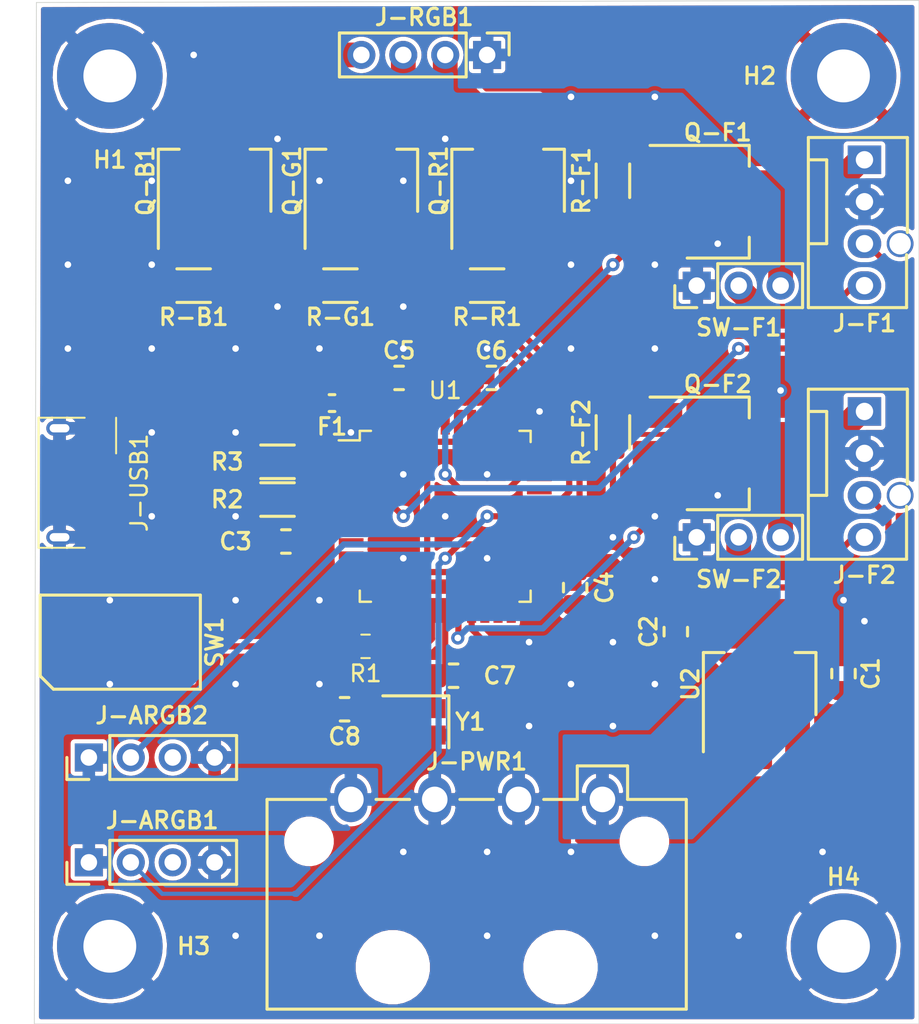
<source format=kicad_pcb>
(kicad_pcb (version 20171130) (host pcbnew "(5.1.2)-2")
  (layers (0 F.Cu signal) (31 B.Cu signal) (34 B.Paste user hide) (35 F.Paste user hide) (36 B.SilkS user) (37 F.SilkS user) (38 B.Mask user hide) (39 F.Mask user hide) (44 Edge.Cuts user))
  (net 0 "")
  (net 1 RAW)
  (net 2 GND)
  (net 3 VCC)
  (net 4 /Microcontroller/UCAP)
  (net 5 /Microcontroller/AREF)
  (net 6 /Microcontroller/XTAL1)
  (net 7 /Microcontroller/XTAL2)
  (net 8 /Microcontroller/UVCC)
  (net 9 D4)
  (net 10 D8)
  (net 11 D5)
  (net 12 D7)
  (net 13 /F1-GND)
  (net 14 D3)
  (net 15 D2)
  (net 16 /F2-GND)
  (net 17 /B-12V)
  (net 18 /G-12V)
  (net 19 /R-12V)
  (net 20 /B)
  (net 21 /F1)
  (net 22 /F1-12V)
  (net 23 /F2)
  (net 24 /F2-12V)
  (net 25 /G)
  (net 26 /R)
  (net 27 RESET)
  (net 28 /Microcontroller/D+)
  (net 29 /Microcontroller/D-)
  (net 30 D13)
  (net 31 D9)
  (net 32 D6)
  (net 33 /5V)
  (net 34 /Microcontroller/D+USB)
  (net 35 /Microcontroller/D-USB)
  (module Package_QFP:TQFP-44_10x10mm_P0.8mm (layer F.Cu) (at 121.92 58.42)
    (fp_text reference U1 (at 0 -7.62) (layer F.SilkS))
    (fp_text value ATmega32U4-AU)
    (pad 44 smd rect (at -4 -5.7 90) (size 1.5 0.55) (layers F.Cu F.Paste F.Mask) (net 3 VCC))
    (pad 43 smd rect (at -3.2 -5.7 90) (size 1.5 0.55) (layers F.Cu F.Paste F.Mask) (net 2 GND))
    (pad 42 smd rect (at -2.4 -5.7 90) (size 1.5 0.55) (layers F.Cu F.Paste F.Mask) (net 5 /Microcontroller/AREF))
    (pad 41 smd rect (at -1.6 -5.7 90) (size 1.5 0.55) (layers F.Cu F.Paste F.Mask))
    (pad 40 smd rect (at -0.8 -5.7 90) (size 1.5 0.55) (layers F.Cu F.Paste F.Mask))
    (pad 39 smd rect (at 0 -5.7 90) (size 1.5 0.55) (layers F.Cu F.Paste F.Mask))
    (pad 38 smd rect (at 0.8 -5.7 90) (size 1.5 0.55) (layers F.Cu F.Paste F.Mask))
    (pad 37 smd rect (at 1.6 -5.7 90) (size 1.5 0.55) (layers F.Cu F.Paste F.Mask))
    (pad 36 smd rect (at 2.4 -5.7 90) (size 1.5 0.55) (layers F.Cu F.Paste F.Mask))
    (pad 35 smd rect (at 3.2 -5.7 90) (size 1.5 0.55) (layers F.Cu F.Paste F.Mask) (net 2 GND))
    (pad 34 smd rect (at 4 -5.7 90) (size 1.5 0.55) (layers F.Cu F.Paste F.Mask) (net 3 VCC))
    (pad 33 smd rect (at 5.7 -4) (size 1.5 0.55) (layers F.Cu F.Paste F.Mask) (net 2 GND))
    (pad 32 smd rect (at 5.7 -3.2) (size 1.5 0.55) (layers F.Cu F.Paste F.Mask) (net 30 D13))
    (pad 31 smd rect (at 5.7 -2.4) (size 1.5 0.55) (layers F.Cu F.Paste F.Mask) (net 11 D5))
    (pad 30 smd rect (at 5.7 -1.6) (size 1.5 0.55) (layers F.Cu F.Paste F.Mask))
    (pad 29 smd rect (at 5.7 -0.8) (size 1.5 0.55) (layers F.Cu F.Paste F.Mask) (net 31 D9))
    (pad 28 smd rect (at 5.7 0) (size 1.5 0.55) (layers F.Cu F.Paste F.Mask) (net 10 D8))
    (pad 27 smd rect (at 5.7 0.8) (size 1.5 0.55) (layers F.Cu F.Paste F.Mask) (net 32 D6))
    (pad 26 smd rect (at 5.7 1.6) (size 1.5 0.55) (layers F.Cu F.Paste F.Mask))
    (pad 25 smd rect (at 5.7 2.4) (size 1.5 0.55) (layers F.Cu F.Paste F.Mask) (net 9 D4))
    (pad 24 smd rect (at 5.7 3.2) (size 1.5 0.55) (layers F.Cu F.Paste F.Mask) (net 3 VCC))
    (pad 23 smd rect (at 5.7 4) (size 1.5 0.55) (layers F.Cu F.Paste F.Mask) (net 2 GND))
    (pad 22 smd rect (at 4 5.7 90) (size 1.5 0.55) (layers F.Cu F.Paste F.Mask))
    (pad 21 smd rect (at 3.2 5.7 90) (size 1.5 0.55) (layers F.Cu F.Paste F.Mask))
    (pad 20 smd rect (at 2.4 5.7 90) (size 1.5 0.55) (layers F.Cu F.Paste F.Mask))
    (pad 19 smd rect (at 1.6 5.7 90) (size 1.5 0.55) (layers F.Cu F.Paste F.Mask) (net 15 D2))
    (pad 18 smd rect (at 0.8 5.7 90) (size 1.5 0.55) (layers F.Cu F.Paste F.Mask) (net 14 D3))
    (pad 17 smd rect (at 0 5.7 90) (size 1.5 0.55) (layers F.Cu F.Paste F.Mask) (net 6 /Microcontroller/XTAL1))
    (pad 16 smd rect (at -0.8 5.7 90) (size 1.5 0.55) (layers F.Cu F.Paste F.Mask) (net 7 /Microcontroller/XTAL2))
    (pad 15 smd rect (at -1.6 5.7 90) (size 1.5 0.55) (layers F.Cu F.Paste F.Mask) (net 2 GND))
    (pad 14 smd rect (at -2.4 5.7 90) (size 1.5 0.55) (layers F.Cu F.Paste F.Mask) (net 3 VCC))
    (pad 13 smd rect (at -3.2 5.7 90) (size 1.5 0.55) (layers F.Cu F.Paste F.Mask) (net 27 RESET))
    (pad 12 smd rect (at -4 5.7 90) (size 1.5 0.55) (layers F.Cu F.Paste F.Mask))
    (pad 11 smd rect (at -5.7 4) (size 1.5 0.55) (layers F.Cu F.Paste F.Mask))
    (pad 10 smd rect (at -5.7 3.2) (size 1.5 0.55) (layers F.Cu F.Paste F.Mask))
    (pad 9 smd rect (at -5.7 2.4) (size 1.5 0.55) (layers F.Cu F.Paste F.Mask))
    (pad 8 smd rect (at -5.7 1.6) (size 1.5 0.55) (layers F.Cu F.Paste F.Mask))
    (pad 7 smd rect (at -5.7 0.8) (size 1.5 0.55) (layers F.Cu F.Paste F.Mask) (net 8 /Microcontroller/UVCC))
    (pad 6 smd rect (at -5.7 0) (size 1.5 0.55) (layers F.Cu F.Paste F.Mask) (net 4 /Microcontroller/UCAP))
    (pad 5 smd rect (at -5.7 -0.8) (size 1.5 0.55) (layers F.Cu F.Paste F.Mask) (net 2 GND))
    (pad 4 smd rect (at -5.7 -1.6) (size 1.5 0.55) (layers F.Cu F.Paste F.Mask) (net 28 /Microcontroller/D+))
    (pad 3 smd rect (at -5.7 -2.4) (size 1.5 0.55) (layers F.Cu F.Paste F.Mask) (net 29 /Microcontroller/D-))
    (pad 2 smd rect (at -5.7 -3.2) (size 1.5 0.55) (layers F.Cu F.Paste F.Mask) (net 8 /Microcontroller/UVCC))
    (pad 1 smd rect (at -5.7 -4) (size 1.5 0.55) (layers F.Cu F.Paste F.Mask) (net 12 D7))
  )
  (module footprints:Crystal_SMD_SeikoEpson_TSX3225-4Pin_3.2x2.5mm (layer F.Cu) (at 120.142 70.866 180)
    (fp_text reference Y1 (at -3.302 0) (layer F.SilkS) (effects (font (thickness 0.1875))))
    (fp_text value Crystal_GND24)
    (pad 4 smd rect (at -1.1 -0.8 180) (size 1.4 1.15) (layers F.Cu F.Paste F.Mask) (net 2 GND))
    (pad 3 smd rect (at 1.1 -0.8 180) (size 1.4 1.15) (layers F.Cu F.Paste F.Mask) (net 7 /Microcontroller/XTAL2))
    (pad 2 smd rect (at 1.1 0.8 180) (size 1.4 1.15) (layers F.Cu F.Paste F.Mask) (net 2 GND))
    (pad 1 smd rect (at -1.1 0.8 180) (size 1.4 1.15) (layers F.Cu F.Paste F.Mask) (net 6 /Microcontroller/XTAL1))
  )
  (module footprints:SOT-223 (layer F.Cu) (at 140.97 68.58 90)
    (fp_text reference U2 (at 0 -4.191 90) (layer F.SilkS) (effects (font (thickness 0.1875))))
    (fp_text value SPX1117)
    (pad 1 smd rect (at -3.65 -2.3 90) (size 3 1.5) (layers F.Cu F.Paste F.Mask) (net 2 GND))
    (pad 3 smd rect (at -3.65 2.3 90) (size 3 1.5) (layers F.Cu F.Paste F.Mask) (net 1 RAW))
    (pad 2 smd rect (at -3.65 0 90) (size 3 1.5) (layers F.Cu F.Paste F.Mask) (net 3 VCC))
    (pad 4 smd rect (at 3.65 0 90) (size 3 3.8) (layers F.Cu F.Paste F.Mask) (net 3 VCC))
  )
  (module footprints:PinHeader_1x03_P2.54mm_Vertical (layer F.Cu) (at 137.16 59.69 90)
    (fp_text reference SW-F2 (at -2.54 2.54 180) (layer F.SilkS) (effects (font (thickness 0.1875))))
    (fp_text value SW_SPDT)
    (pad 3 thru_hole oval (at 0 5.08 90) (size 1.7 1.7) (drill 1) (layers *.Cu *.Mask) (net 24 /F2-12V))
    (pad 2 thru_hole oval (at 0 2.54 90) (size 1.7 1.7) (drill 1) (layers *.Cu *.Mask) (net 16 /F2-GND))
    (pad 1 thru_hole rect (at 0 0 90) (size 1.7 1.7) (drill 1) (layers *.Cu *.Mask) (net 2 GND))
  )
  (module footprints:PinHeader_1x03_P2.54mm_Vertical (layer F.Cu) (at 137.16 44.45 90)
    (fp_text reference SW-F1 (at -2.54 2.54 180) (layer F.SilkS) (effects (font (thickness 0.1875))))
    (fp_text value SW_SPDT)
    (pad 3 thru_hole oval (at 0 5.08 90) (size 1.7 1.7) (drill 1) (layers *.Cu *.Mask) (net 22 /F1-12V))
    (pad 2 thru_hole oval (at 0 2.54 90) (size 1.7 1.7) (drill 1) (layers *.Cu *.Mask) (net 13 /F1-GND))
    (pad 1 thru_hole rect (at 0 0 90) (size 1.7 1.7) (drill 1) (layers *.Cu *.Mask) (net 2 GND))
  )
  (module footprints:PTS_647_SM38_SMTR2_LFS (layer F.Cu) (at 102.235 66.04)
    (fp_text reference SW1 (at 5.715 0 90) (layer F.SilkS) (effects (font (thickness 0.1875))))
    (fp_text value RESET_SWITCH)
    (pad 4 smd rect (at 3.1 1.6) (size 2.5 1.5) (layers F.Cu F.Paste F.Mask) (net 27 RESET))
    (pad 2 smd rect (at 3.1 -1.6) (size 2.5 1.5) (layers F.Cu F.Paste F.Mask) (net 27 RESET))
    (pad 3 smd rect (at -3.1 1.6) (size 2.5 1.5) (layers F.Cu F.Paste F.Mask) (net 2 GND))
    (pad 1 smd rect (at -3.1 -1.6) (size 2.5 1.5) (layers F.Cu F.Paste F.Mask) (net 2 GND))
  )
  (module footprints:R_0805_2012Metric_Pad1.15x1.40mm_HandSolder (layer F.Cu) (at 124.46 44.45 180)
    (fp_text reference R-R1 (at 0 -1.905) (layer F.SilkS) (effects (font (thickness 0.1875))))
    (fp_text value 10)
    (pad 2 smd roundrect (at 1.025 0 180) (size 1.15 1.4) (layers F.Cu F.Paste F.Mask) (roundrect_rratio 0.217) (net 26 /R))
    (pad 1 smd roundrect (at -1.025 0 180) (size 1.15 1.4) (layers F.Cu F.Paste F.Mask) (roundrect_rratio 0.217) (net 32 D6))
  )
  (module footprints:R_0805_2012Metric_Pad1.15x1.40mm_HandSolder (layer F.Cu) (at 115.57 44.45 180)
    (fp_text reference R-G1 (at 0 -1.905) (layer F.SilkS) (effects (font (thickness 0.1875))))
    (fp_text value 10)
    (pad 2 smd roundrect (at 1.025 0 180) (size 1.15 1.4) (layers F.Cu F.Paste F.Mask) (roundrect_rratio 0.217) (net 25 /G))
    (pad 1 smd roundrect (at -1.025 0 180) (size 1.15 1.4) (layers F.Cu F.Paste F.Mask) (roundrect_rratio 0.217) (net 31 D9))
  )
  (module footprints:R_0805_2012Metric_Pad1.15x1.40mm_HandSolder (layer F.Cu) (at 132.08 53.34 90)
    (fp_text reference R-F2 (at 0 -1.905 90) (layer F.SilkS) (effects (font (thickness 0.1875))))
    (fp_text value 10)
    (pad 2 smd roundrect (at 1.025 0 90) (size 1.15 1.4) (layers F.Cu F.Paste F.Mask) (roundrect_rratio 0.217) (net 23 /F2))
    (pad 1 smd roundrect (at -1.025 0 90) (size 1.15 1.4) (layers F.Cu F.Paste F.Mask) (roundrect_rratio 0.217) (net 14 D3))
  )
  (module footprints:R_0805_2012Metric_Pad1.15x1.40mm_HandSolder (layer F.Cu) (at 132.08 38.1 90)
    (fp_text reference R-F1 (at 0 -1.905 90) (layer F.SilkS) (effects (font (thickness 0.1875))))
    (fp_text value 10)
    (pad 2 smd roundrect (at 1.025 0 90) (size 1.15 1.4) (layers F.Cu F.Paste F.Mask) (roundrect_rratio 0.217) (net 21 /F1))
    (pad 1 smd roundrect (at -1.025 0 90) (size 1.15 1.4) (layers F.Cu F.Paste F.Mask) (roundrect_rratio 0.217) (net 11 D5))
  )
  (module footprints:R_0805_2012Metric_Pad1.15x1.40mm_HandSolder (layer F.Cu) (at 106.68 44.45 180)
    (fp_text reference R-B1 (at 0 -1.905) (layer F.SilkS) (effects (font (thickness 0.1875))))
    (fp_text value 10)
    (pad 2 smd roundrect (at 1.025 0 180) (size 1.15 1.4) (layers F.Cu F.Paste F.Mask) (roundrect_rratio 0.217) (net 20 /B))
    (pad 1 smd roundrect (at -1.025 0 180) (size 1.15 1.4) (layers F.Cu F.Paste F.Mask) (roundrect_rratio 0.217) (net 30 D13))
  )
  (module footprints:R_0805_2012Metric_Pad1.15x1.40mm_HandSolder (layer F.Cu) (at 111.76 55.118)
    (fp_text reference R3 (at -3.048 0) (layer F.SilkS) (effects (font (thickness 0.1875))))
    (fp_text value 22)
    (pad 2 smd roundrect (at 1.025 0) (size 1.15 1.4) (layers F.Cu F.Paste F.Mask) (roundrect_rratio 0.217) (net 29 /Microcontroller/D-))
    (pad 1 smd roundrect (at -1.025 0) (size 1.15 1.4) (layers F.Cu F.Paste F.Mask) (roundrect_rratio 0.217) (net 35 /Microcontroller/D-USB))
  )
  (module footprints:R_0805_2012Metric_Pad1.15x1.40mm_HandSolder (layer F.Cu) (at 111.76 57.404 180)
    (fp_text reference R2 (at 3.048 0) (layer F.SilkS) (effects (font (thickness 0.1875))))
    (fp_text value 22)
    (pad 2 smd roundrect (at 1.025 0 180) (size 1.15 1.4) (layers F.Cu F.Paste F.Mask) (roundrect_rratio 0.217) (net 34 /Microcontroller/D+USB))
    (pad 1 smd roundrect (at -1.025 0 180) (size 1.15 1.4) (layers F.Cu F.Paste F.Mask) (roundrect_rratio 0.217) (net 28 /Microcontroller/D+))
  )
  (module Resistor_SMD:R_0805_2012Metric (layer F.Cu) (at 117.094 66.294 180)
    (fp_text reference R1 (at 0 -1.65) (layer F.SilkS))
    (fp_text value 10k)
    (pad 2 smd roundrect (at 0.9375 0 180) (size 0.975 1.4) (layers F.Cu F.Paste F.Mask) (net 27 RESET))
    (pad 1 smd roundrect (at -0.9375 0 180) (size 0.975 1.4) (layers F.Cu F.Paste F.Mask) (net 3 VCC))
  )
  (module footprints:SOT-223 (layer F.Cu) (at 125.73 38.1 90)
    (fp_text reference Q-R1 (at 0 -4.191 90) (layer F.SilkS) (effects (font (thickness 0.1875))))
    (fp_text value Q_NMOS_GDSD)
    (pad 1 smd rect (at -3.65 -2.3 90) (size 3 1.5) (layers F.Cu F.Paste F.Mask) (net 26 /R))
    (pad 3 smd rect (at -3.65 2.3 90) (size 3 1.5) (layers F.Cu F.Paste F.Mask) (net 2 GND))
    (pad 2 smd rect (at -3.65 0 90) (size 3 1.5) (layers F.Cu F.Paste F.Mask) (net 19 /R-12V))
    (pad 4 smd rect (at 3.65 0 90) (size 3 3.8) (layers F.Cu F.Paste F.Mask) (net 19 /R-12V))
  )
  (module footprints:SOT-223 (layer F.Cu) (at 116.84 38.1 90)
    (fp_text reference Q-G1 (at 0 -4.191 90) (layer F.SilkS) (effects (font (thickness 0.1875))))
    (fp_text value Q_NMOS_GDSD)
    (pad 1 smd rect (at -3.65 -2.3 90) (size 3 1.5) (layers F.Cu F.Paste F.Mask) (net 25 /G))
    (pad 3 smd rect (at -3.65 2.3 90) (size 3 1.5) (layers F.Cu F.Paste F.Mask) (net 2 GND))
    (pad 2 smd rect (at -3.65 0 90) (size 3 1.5) (layers F.Cu F.Paste F.Mask) (net 18 /G-12V))
    (pad 4 smd rect (at 3.65 0 90) (size 3 3.8) (layers F.Cu F.Paste F.Mask) (net 18 /G-12V))
  )
  (module footprints:SOT-223 (layer F.Cu) (at 138.43 54.61)
    (fp_text reference Q-F2 (at 0 -4.191) (layer F.SilkS) (effects (font (thickness 0.1875))))
    (fp_text value Q_NMOS_GDSD)
    (pad 1 smd rect (at -3.65 -2.3) (size 3 1.5) (layers F.Cu F.Paste F.Mask) (net 23 /F2))
    (pad 3 smd rect (at -3.65 2.3) (size 3 1.5) (layers F.Cu F.Paste F.Mask) (net 2 GND))
    (pad 2 smd rect (at -3.65 0) (size 3 1.5) (layers F.Cu F.Paste F.Mask) (net 24 /F2-12V))
    (pad 4 smd rect (at 3.65 0) (size 3 3.8) (layers F.Cu F.Paste F.Mask) (net 24 /F2-12V))
  )
  (module footprints:SOT-223 (layer F.Cu) (at 138.43 39.37)
    (fp_text reference Q-F1 (at 0 -4.191) (layer F.SilkS) (effects (font (thickness 0.1875))))
    (fp_text value Q_NMOS_GDSD)
    (pad 1 smd rect (at -3.65 -2.3) (size 3 1.5) (layers F.Cu F.Paste F.Mask) (net 21 /F1))
    (pad 3 smd rect (at -3.65 2.3) (size 3 1.5) (layers F.Cu F.Paste F.Mask) (net 2 GND))
    (pad 2 smd rect (at -3.65 0) (size 3 1.5) (layers F.Cu F.Paste F.Mask) (net 22 /F1-12V))
    (pad 4 smd rect (at 3.65 0) (size 3 3.8) (layers F.Cu F.Paste F.Mask) (net 22 /F1-12V))
  )
  (module footprints:SOT-223 (layer F.Cu) (at 107.95 38.1 90)
    (fp_text reference Q-B1 (at 0 -4.191 90) (layer F.SilkS) (effects (font (thickness 0.1875))))
    (fp_text value Q_NMOS_GDSD)
    (pad 1 smd rect (at -3.65 -2.3 90) (size 3 1.5) (layers F.Cu F.Paste F.Mask) (net 20 /B))
    (pad 3 smd rect (at -3.65 2.3 90) (size 3 1.5) (layers F.Cu F.Paste F.Mask) (net 2 GND))
    (pad 2 smd rect (at -3.65 0 90) (size 3 1.5) (layers F.Cu F.Paste F.Mask) (net 17 /B-12V))
    (pad 4 smd rect (at 3.65 0 90) (size 3 3.8) (layers F.Cu F.Paste F.Mask) (net 17 /B-12V))
  )
  (module footprints:USB_Micro-B (layer F.Cu) (at 98.552 56.388 270)
    (fp_text reference J-USB1 (at 0 -4.826 90) (layer F.SilkS))
    (fp_text value USB_B_Micro)
    (pad 6 smd rect (at 3.2 -2.45 270) (size 1.6 1.4) (layers F.Cu F.Paste F.Mask) (net 2 GND))
    (pad 6 thru_hole oval (at 3.3 0) (size 1.6 0.9) (drill oval 1.2 0.5) (layers *.Cu *.Mask) (net 2 GND))
    (pad 6 smd rect (at 1.325 0) (size 2 1.9) (layers F.Cu F.Paste F.Mask) (net 2 GND))
    (pad 6 smd rect (at -1.325 0) (size 2 1.9) (layers F.Cu F.Paste F.Mask) (net 2 GND))
    (pad 6 thru_hole oval (at -3.3 0) (size 1.6 0.9) (drill oval 1.2 0.5) (layers *.Cu *.Mask) (net 2 GND))
    (pad 5 smd rect (at 1.27 -2.675) (size 1.35 0.4) (layers F.Cu F.Paste F.Mask) (net 2 GND))
    (pad 4 smd rect (at 0.625 -2.675) (size 1.35 0.4) (layers F.Cu F.Paste F.Mask))
    (pad 3 smd rect (at -0.025 -2.675) (size 1.35 0.4) (layers F.Cu F.Paste F.Mask) (net 34 /Microcontroller/D+USB))
    (pad 2 smd rect (at -0.675 -2.675) (size 1.35 0.4) (layers F.Cu F.Paste F.Mask) (net 35 /Microcontroller/D-USB))
    (pad 1 smd rect (at -1.325 -2.675) (size 1.35 0.4) (layers F.Cu F.Paste F.Mask) (net 8 /Microcontroller/UVCC))
    (pad 6 smd rect (at -3.2 -2.45 270) (size 1.6 1.4) (layers F.Cu F.Paste F.Mask) (net 2 GND))
  )
  (module footprints:PinHeader_1x04_P2.54mm_Vertical (layer F.Cu) (at 124.46 30.48 270)
    (fp_text reference J-RGB1 (at -2.286 3.81 180) (layer F.SilkS) (effects (font (thickness 0.1875))))
    (fp_text value Conn_01x04_Male)
    (pad 4 thru_hole oval (at 0 7.62 270) (size 1.7 1.7) (drill 1) (layers *.Cu *.Mask) (net 17 /B-12V))
    (pad 3 thru_hole oval (at 0 5.08 270) (size 1.7 1.7) (drill 1) (layers *.Cu *.Mask) (net 18 /G-12V))
    (pad 2 thru_hole oval (at 0 2.54 270) (size 1.7 1.7) (drill 1) (layers *.Cu *.Mask) (net 19 /R-12V))
    (pad 1 thru_hole rect (at 0 0 270) (size 1.7 1.7) (drill 1) (layers *.Cu *.Mask) (net 1 RAW))
  )
  (module footprints:641737-1 (layer F.Cu) (at 123.825 75.565 180)
    (fp_text reference J-PWR1 (at 0 2.286) (layer F.SilkS) (effects (font (thickness 0.1875))))
    (fp_text value Conn_01x04_Female)
    (pad "" np_thru_hole circle (at -5.08 -10.16 180) (size 4 4) (drill 4) (layers *.Cu *.Mask))
    (pad "" np_thru_hole circle (at 5.08 -10.16 180) (size 4 4) (drill 4) (layers *.Cu *.Mask))
    (pad "" np_thru_hole circle (at -10.16 -2.54 180) (size 2.5 2.5) (drill 2.5) (layers *.Cu *.Mask))
    (pad "" np_thru_hole circle (at 10.16 -2.54 180) (size 2.5 2.5) (drill 2.5) (layers *.Cu *.Mask))
    (pad 4 thru_hole oval (at 7.62 0 180) (size 2 2.75) (drill 1.55) (layers *.Cu *.Mask) (net 33 /5V))
    (pad 3 thru_hole oval (at 2.54 0 180) (size 2 2.75) (drill 1.55) (layers *.Cu *.Mask) (net 2 GND))
    (pad 2 thru_hole oval (at -2.54 0 180) (size 2 2.75) (drill 1.55) (layers *.Cu *.Mask) (net 2 GND))
    (pad 1 thru_hole oval (at -7.62 0 180) (size 2 2.75) (drill 1.55) (layers *.Cu *.Mask) (net 1 RAW))
  )
  (module footprints:0470531000 (layer F.Cu) (at 147.32 52.07 270)
    (fp_text reference J-F2 (at 9.906 0 180) (layer F.SilkS) (effects (font (thickness 0.1875))))
    (fp_text value Conn_01x04_Male)
    (pad "" thru_hole circle (at 5.08 -2.16) (size 1.625 1.625) (drill 1.3) (layers *.Cu *.Mask))
    (pad 4 thru_hole oval (at 7.62 0) (size 2.03 1.73) (drill 1.05) (layers *.Cu *.Mask) (net 14 D3))
    (pad 3 thru_hole oval (at 5.08 0) (size 2.03 1.73) (drill 1.05) (layers *.Cu *.Mask) (net 15 D2))
    (pad 2 thru_hole oval (at 2.54 0) (size 2.03 1.73) (drill 1.05) (layers *.Cu *.Mask) (net 1 RAW))
    (pad 1 thru_hole rect (at 0 0) (size 2.03 1.73) (drill 1.05) (layers *.Cu *.Mask) (net 16 /F2-GND))
  )
  (module footprints:0470531000 (layer F.Cu) (at 147.32 36.83 270)
    (fp_text reference J-F1 (at 9.906 0 180) (layer F.SilkS) (effects (font (thickness 0.1875))))
    (fp_text value Conn_01x04_Male)
    (pad "" thru_hole circle (at 5.08 -2.16) (size 1.625 1.625) (drill 1.3) (layers *.Cu *.Mask))
    (pad 4 thru_hole oval (at 7.62 0) (size 2.03 1.73) (drill 1.05) (layers *.Cu *.Mask) (net 11 D5))
    (pad 3 thru_hole oval (at 5.08 0) (size 2.03 1.73) (drill 1.05) (layers *.Cu *.Mask) (net 12 D7))
    (pad 2 thru_hole oval (at 2.54 0) (size 2.03 1.73) (drill 1.05) (layers *.Cu *.Mask) (net 1 RAW))
    (pad 1 thru_hole rect (at 0 0) (size 2.03 1.73) (drill 1.05) (layers *.Cu *.Mask) (net 13 /F1-GND))
  )
  (module footprints:PinHeader_1x04_P2.54mm_Vertical (layer F.Cu) (at 100.33 73.025 90)
    (fp_text reference J-ARGB2 (at 2.54 3.81 180) (layer F.SilkS) (effects (font (thickness 0.1875))))
    (fp_text value Conn_01x04_Male)
    (pad 4 thru_hole oval (at 0 7.62 90) (size 1.7 1.7) (drill 1) (layers *.Cu *.Mask) (net 2 GND))
    (pad 3 thru_hole oval (at 0 5.08 90) (size 1.7 1.7) (drill 1) (layers *.Cu *.Mask))
    (pad 2 thru_hole oval (at 0 2.54 90) (size 1.7 1.7) (drill 1) (layers *.Cu *.Mask) (net 10 D8))
    (pad 1 thru_hole rect (at 0 0 90) (size 1.7 1.7) (drill 1) (layers *.Cu *.Mask) (net 33 /5V))
  )
  (module footprints:PinHeader_1x04_P2.54mm_Vertical (layer F.Cu) (at 100.33 79.375 90)
    (fp_text reference J-ARGB1 (at 2.54 4.445 180) (layer F.SilkS) (effects (font (thickness 0.1875))))
    (fp_text value Conn_01x04_Male)
    (pad 4 thru_hole oval (at 0 7.62 90) (size 1.7 1.7) (drill 1) (layers *.Cu *.Mask) (net 2 GND))
    (pad 3 thru_hole oval (at 0 5.08 90) (size 1.7 1.7) (drill 1) (layers *.Cu *.Mask))
    (pad 2 thru_hole oval (at 0 2.54 90) (size 1.7 1.7) (drill 1) (layers *.Cu *.Mask) (net 9 D4))
    (pad 1 thru_hole rect (at 0 0 90) (size 1.7 1.7) (drill 1) (layers *.Cu *.Mask) (net 33 /5V))
  )
  (module footprints:MountingHole_3.2mm_M3_Pad (layer F.Cu) (at 146.05 84.455)
    (fp_text reference H4 (at 0 -4.191) (layer F.SilkS) (effects (font (thickness 0.1875))))
    (fp_text value MountingHole)
    (pad 1 thru_hole circle (at 0 0) (size 6.4 6.4) (drill 3.2) (layers *.Cu *.Mask) (net 2 GND))
  )
  (module footprints:MountingHole_3.2mm_M3_Pad (layer F.Cu) (at 101.6 84.455)
    (fp_text reference H3 (at 5.08 0) (layer F.SilkS) (effects (font (thickness 0.1875))))
    (fp_text value MountingHole)
    (pad 1 thru_hole circle (at 0 0) (size 6.4 6.4) (drill 3.2) (layers *.Cu *.Mask) (net 2 GND))
  )
  (module footprints:MountingHole_3.2mm_M3_Pad (layer F.Cu) (at 146.05 31.75)
    (fp_text reference H2 (at -5.08 0) (layer F.SilkS) (effects (font (thickness 0.1875))))
    (fp_text value MountingHole)
    (pad 1 thru_hole circle (at 0 0) (size 6.4 6.4) (drill 3.2) (layers *.Cu *.Mask) (net 2 GND))
  )
  (module footprints:MountingHole_3.2mm_M3_Pad (layer F.Cu) (at 101.6 31.75)
    (fp_text reference H1 (at 0 5.08) (layer F.SilkS) (effects (font (thickness 0.1875))))
    (fp_text value MountingHole)
    (pad 1 thru_hole circle (at 0 0) (size 6.4 6.4) (drill 3.2) (layers *.Cu *.Mask) (net 2 GND))
  )
  (module footprints:Fuse_0603_1608Metric_Pad1.05x0.95mm_HandSolder (layer F.Cu) (at 115.062 51.562 180)
    (fp_text reference F1 (at 0 -1.43) (layer F.SilkS) (effects (font (thickness 0.1875))))
    (fp_text value Polyfuse)
    (pad 2 smd roundrect (at 0.875 0 180) (size 1.05 0.95) (layers F.Cu F.Paste F.Mask) (net 8 /Microcontroller/UVCC))
    (pad 1 smd roundrect (at -0.875 0 180) (size 1.05 0.95) (layers F.Cu F.Paste F.Mask) (net 3 VCC))
  )
  (module footprints:C_0805_2012Metric_Pad1.15x1.40mm_HandSolder (layer F.Cu) (at 115.824 70.104 180)
    (fp_text reference C8 (at 0 -1.65) (layer F.SilkS) (effects (font (thickness 0.1875))))
    (fp_text value 22pF)
    (pad 2 smd roundrect (at 1.025 0 180) (size 1.15 1.4) (layers F.Cu F.Paste F.Mask) (roundrect_rratio 0.217391) (net 2 GND))
    (pad 1 smd roundrect (at -1.025 0 180) (size 1.15 1.4) (layers F.Cu F.Paste F.Mask) (roundrect_rratio 0.217391) (net 7 /Microcontroller/XTAL2))
  )
  (module footprints:C_0805_2012Metric_Pad1.15x1.40mm_HandSolder (layer F.Cu) (at 122.428 68.072)
    (fp_text reference C7 (at 2.794 0) (layer F.SilkS) (effects (font (thickness 0.1875))))
    (fp_text value 22pF)
    (pad 2 smd roundrect (at 1.025 0) (size 1.15 1.4) (layers F.Cu F.Paste F.Mask) (roundrect_rratio 0.217391) (net 2 GND))
    (pad 1 smd roundrect (at -1.025 0) (size 1.15 1.4) (layers F.Cu F.Paste F.Mask) (roundrect_rratio 0.217391) (net 6 /Microcontroller/XTAL1))
  )
  (module footprints:C_0805_2012Metric_Pad1.15x1.40mm_HandSolder (layer F.Cu) (at 124.714 50.038)
    (fp_text reference C6 (at 0 -1.65) (layer F.SilkS) (effects (font (thickness 0.1875))))
    (fp_text value 0.1uF)
    (pad 2 smd roundrect (at 1.025 0) (size 1.15 1.4) (layers F.Cu F.Paste F.Mask) (roundrect_rratio 0.217391) (net 3 VCC))
    (pad 1 smd roundrect (at -1.025 0) (size 1.15 1.4) (layers F.Cu F.Paste F.Mask) (roundrect_rratio 0.217391) (net 2 GND))
  )
  (module footprints:C_0805_2012Metric_Pad1.15x1.40mm_HandSolder (layer F.Cu) (at 119.126 50.038 180)
    (fp_text reference C5 (at 0 1.651) (layer F.SilkS) (effects (font (thickness 0.1875))))
    (fp_text value 0.1uF)
    (pad 2 smd roundrect (at 1.025 0 180) (size 1.15 1.4) (layers F.Cu F.Paste F.Mask) (roundrect_rratio 0.217391) (net 2 GND))
    (pad 1 smd roundrect (at -1.025 0 180) (size 1.15 1.4) (layers F.Cu F.Paste F.Mask) (roundrect_rratio 0.217391) (net 5 /Microcontroller/AREF))
  )
  (module footprints:C_0805_2012Metric_Pad1.15x1.40mm_HandSolder (layer F.Cu) (at 129.794 62.738 90)
    (fp_text reference C4 (at 0 1.778 90) (layer F.SilkS) (effects (font (thickness 0.1875))))
    (fp_text value 1uF)
    (pad 2 smd roundrect (at 1.025 0 90) (size 1.15 1.4) (layers F.Cu F.Paste F.Mask) (roundrect_rratio 0.217391) (net 3 VCC))
    (pad 1 smd roundrect (at -1.025 0 90) (size 1.15 1.4) (layers F.Cu F.Paste F.Mask) (roundrect_rratio 0.217391) (net 2 GND))
  )
  (module footprints:C_0805_2012Metric_Pad1.15x1.40mm_HandSolder (layer F.Cu) (at 112.268 59.944 180)
    (fp_text reference C3 (at 3.048 0) (layer F.SilkS) (effects (font (thickness 0.1875))))
    (fp_text value 1uF)
    (pad 2 smd roundrect (at 1.025 0 180) (size 1.15 1.4) (layers F.Cu F.Paste F.Mask) (roundrect_rratio 0.217391) (net 2 GND))
    (pad 1 smd roundrect (at -1.025 0 180) (size 1.15 1.4) (layers F.Cu F.Paste F.Mask) (roundrect_rratio 0.217391) (net 4 /Microcontroller/UCAP))
  )
  (module footprints:C_0805_2012Metric_Pad1.15x1.40mm_HandSolder (layer F.Cu) (at 135.89 65.405 90)
    (fp_text reference C2 (at 0 -1.65 90) (layer F.SilkS) (effects (font (thickness 0.1875))))
    (fp_text value 10uF)
    (pad 2 smd roundrect (at 1.025 0 90) (size 1.15 1.4) (layers F.Cu F.Paste F.Mask) (roundrect_rratio 0.217391) (net 3 VCC))
    (pad 1 smd roundrect (at -1.025 0 90) (size 1.15 1.4) (layers F.Cu F.Paste F.Mask) (roundrect_rratio 0.217391) (net 2 GND))
  )
  (module footprints:C_0805_2012Metric_Pad1.15x1.40mm_HandSolder (layer F.Cu) (at 146.05 67.945 270)
    (fp_text reference C1 (at 0 -1.65 90) (layer F.SilkS) (effects (font (thickness 0.1875))))
    (fp_text value 10uF)
    (pad 2 smd roundrect (at 1.025 0 270) (size 1.15 1.4) (layers F.Cu F.Paste F.Mask) (roundrect_rratio 0.217391) (net 1 RAW))
    (pad 1 smd roundrect (at -1.025 0 270) (size 1.15 1.4) (layers F.Cu F.Paste F.Mask) (roundrect_rratio 0.217391) (net 2 GND))
  )
  (gr_line (start 150.622 89.154) (end 97.028 89.154) (layer Edge.Cuts) (width 0.05))
  (gr_line (start 150.622 89.154) (end 150.622 27.178) (layer Edge.Cuts) (width 0.05))
  (gr_line (start 97.155 27.305) (end 97.028 89.154) (layer Edge.Cuts) (width 0.05))
  (gr_line (start 150.622 27.178) (end 97.155 27.305) (layer Edge.Cuts) (width 0.05))
  (via (at 124.46 58.42) (size 0.8) (drill 0.4) (layers F.Cu B.Cu) (net 10))
  (via (at 134.62 43.18) (size 0.8) (drill 0.4) (layers F.Cu B.Cu) (net 2))
  (via (at 134.62 48.26) (size 0.8) (drill 0.4) (layers F.Cu B.Cu) (net 2))
  (via (at 134.62 58.42) (size 0.8) (drill 0.4) (layers F.Cu B.Cu) (net 2))
  (via (at 129.54 48.26) (size 0.8) (drill 0.4) (layers F.Cu B.Cu) (net 2))
  (via (at 129.54 43.18) (size 0.8) (drill 0.4) (layers F.Cu B.Cu) (net 2))
  (via (at 129.54 38.1) (size 0.8) (drill 0.4) (layers F.Cu B.Cu) (net 2))
  (via (at 134.62 33.02) (size 0.8) (drill 0.4) (layers F.Cu B.Cu) (net 2))
  (via (at 119.38 38.1) (size 0.8) (drill 0.4) (layers F.Cu B.Cu) (net 2))
  (via (at 114.3 38.1) (size 0.8) (drill 0.4) (layers F.Cu B.Cu) (net 2))
  (via (at 104.14 38.1) (size 0.8) (drill 0.4) (layers F.Cu B.Cu) (net 2))
  (via (at 99.06 38.1) (size 0.8) (drill 0.4) (layers F.Cu B.Cu) (net 2))
  (via (at 99.06 43.18) (size 0.8) (drill 0.4) (layers F.Cu B.Cu) (net 2))
  (via (at 104.14 43.18) (size 0.8) (drill 0.4) (layers F.Cu B.Cu) (net 2))
  (via (at 99.06 48.26) (size 0.8) (drill 0.4) (layers F.Cu B.Cu) (net 2))
  (via (at 104.14 48.26) (size 0.8) (drill 0.4) (layers F.Cu B.Cu) (net 2))
  (via (at 109.22 48.26) (size 0.8) (drill 0.4) (layers F.Cu B.Cu) (net 2))
  (via (at 114.3 48.26) (size 0.8) (drill 0.4) (layers F.Cu B.Cu) (net 2))
  (via (at 119.38 48.26) (size 0.8) (drill 0.4) (layers F.Cu B.Cu) (net 2))
  (via (at 124.46 48.26) (size 0.8) (drill 0.4) (layers F.Cu B.Cu) (net 2))
  (via (at 109.22 53.34) (size 0.8) (drill 0.4) (layers F.Cu B.Cu) (net 2))
  (via (at 109.22 58.42) (size 0.8) (drill 0.4) (layers F.Cu B.Cu) (net 2))
  (via (at 104.14 58.42) (size 0.8) (drill 0.4) (layers F.Cu B.Cu) (net 2))
  (via (at 109.22 63.5) (size 0.8) (drill 0.4) (layers F.Cu B.Cu) (net 2))
  (via (at 114.3 63.5) (size 0.8) (drill 0.4) (layers F.Cu B.Cu) (net 2))
  (via (at 144.78 78.74) (size 0.8) (drill 0.4) (layers F.Cu B.Cu) (net 2))
  (via (at 139.7 83.82) (size 0.8) (drill 0.4) (layers F.Cu B.Cu) (net 2))
  (via (at 134.62 83.82) (size 0.8) (drill 0.4) (layers F.Cu B.Cu) (net 2))
  (via (at 129.54 78.74) (size 0.8) (drill 0.4) (layers F.Cu B.Cu) (net 2))
  (via (at 124.46 78.74) (size 0.8) (drill 0.4) (layers F.Cu B.Cu) (net 2))
  (via (at 119.38 78.74) (size 0.8) (drill 0.4) (layers F.Cu B.Cu) (net 2))
  (via (at 124.46 83.82) (size 0.8) (drill 0.4) (layers F.Cu B.Cu) (net 2))
  (via (at 114.3 83.82) (size 0.8) (drill 0.4) (layers F.Cu B.Cu) (net 2))
  (via (at 109.22 83.82) (size 0.8) (drill 0.4) (layers F.Cu B.Cu) (net 2))
  (via (at 114.3 68.58) (size 0.8) (drill 0.4) (layers F.Cu B.Cu) (net 2))
  (via (at 109.22 68.58) (size 0.8) (drill 0.4) (layers F.Cu B.Cu) (net 2))
  (via (at 119.38 55.88) (size 0.8) (drill 0.4) (layers F.Cu B.Cu) (net 2))
  (via (at 124.46 55.88) (size 0.8) (drill 0.4) (layers F.Cu B.Cu) (net 2))
  (via (at 124.46 60.96) (size 0.8) (drill 0.4) (layers F.Cu B.Cu) (net 2))
  (via (at 119.38 60.96) (size 0.8) (drill 0.4) (layers F.Cu B.Cu) (net 2))
  (via (at 129.54 33.02) (size 0.8) (drill 0.4) (layers F.Cu B.Cu) (net 2))
  (via (at 104.14 53.34) (size 0.8) (drill 0.4) (layers F.Cu B.Cu) (net 2))
  (via (at 101.6 63.5) (size 0.8) (drill 0.4) (layers F.Cu B.Cu) (net 2))
  (via (at 101.6 68.58) (size 0.8) (drill 0.4) (layers F.Cu B.Cu) (net 2))
  (via (at 127 71.12) (size 0.8) (drill 0.4) (layers F.Cu B.Cu) (net 2))
  (via (at 127 66.04) (size 0.8) (drill 0.4) (layers F.Cu B.Cu) (net 2))
  (via (at 134.62 68.58) (size 0.8) (drill 0.4) (layers F.Cu B.Cu) (net 2))
  (via (at 142.24 50.8) (size 0.8) (drill 0.4) (layers F.Cu B.Cu) (net 2))
  (via (at 111.76 35.56) (size 0.8) (drill 0.4) (layers F.Cu B.Cu) (net 2))
  (via (at 121.92 35.56) (size 0.8) (drill 0.4) (layers F.Cu B.Cu) (net 2))
  (via (at 119.38 45.72) (size 0.8) (drill 0.4) (layers F.Cu B.Cu) (net 2))
  (via (at 111.76 45.72) (size 0.8) (drill 0.4) (layers F.Cu B.Cu) (net 2))
  (via (at 106.68 30.48) (size 0.8) (drill 0.4) (layers F.Cu B.Cu) (net 2))
  (via (at 132.08 59.69) (size 0.8) (drill 0.4) (layers F.Cu B.Cu) (net 2))
  (via (at 134.62 62.23) (size 0.8) (drill 0.4) (layers F.Cu B.Cu) (net 2))
  (via (at 127.635 52.07) (size 0.8) (drill 0.4) (layers F.Cu B.Cu) (net 2))
  (via (at 146.05 63.5) (size 0.8) (drill 0.4) (layers F.Cu B.Cu) (net 2))
  (via (at 147.32 64.77) (size 0.8) (drill 0.4) (layers F.Cu B.Cu) (net 2))
  (via (at 132.08 71.12) (size 0.8) (drill 0.4) (layers F.Cu B.Cu) (net 2))
  (via (at 129.54 68.58) (size 0.8) (drill 0.4) (layers F.Cu B.Cu) (net 2))
  (via (at 132.08 66.04) (size 0.8) (drill 0.4) (layers F.Cu B.Cu) (net 2))
  (via (at 138.43 41.91) (size 0.8) (drill 0.4) (layers F.Cu B.Cu) (net 2))
  (via (at 138.43 57.15) (size 0.8) (drill 0.4) (layers F.Cu B.Cu) (net 2))
  (via (at 116.205 53.34) (size 0.8) (drill 0.4) (layers F.Cu B.Cu) (net 2))
  (via (at 121.92 58.42) (size 0.8) (drill 0.4) (layers F.Cu B.Cu) (net 2))
  (via (at 139.7 48.26) (size 0.8) (drill 0.4) (layers F.Cu B.Cu) (net 12))
  (via (at 132.08 43.18) (size 0.8) (drill 0.4) (layers F.Cu B.Cu) (net 11))
  (via (at 121.92 55.88) (size 0.8) (drill 0.4) (layers F.Cu B.Cu) (net 11))
  (via (at 119.38 58.42) (size 0.8) (drill 0.4) (layers F.Cu B.Cu) (net 12))
  (via (at 121.92 60.96) (size 0.8) (drill 0.4) (layers F.Cu B.Cu) (net 9))
  (segment (start 129.701 61.62) (end 129.794 61.713) (width 0.375) (layer F.Cu) (net 3))
  (segment (start 127.62 61.62) (end 129.701 61.62) (width 0.375) (layer F.Cu) (net 3))
  (segment (start 116.762 51.562) (end 117.92 52.72) (width 0.3125) (layer F.Cu) (net 3))
  (segment (start 115.937 51.562) (end 116.762 51.562) (width 0.3125) (layer F.Cu) (net 3))
  (segment (start 125.92 50.219) (end 125.739 50.038) (width 0.375) (layer F.Cu) (net 3))
  (segment (start 125.92 52.72) (end 125.92 50.219) (width 0.375) (layer F.Cu) (net 3))
  (segment (start 119.52 65.245) (end 119.52 64.12) (width 0.375) (layer F.Cu) (net 3))
  (segment (start 119.52 65.393) (end 119.52 65.245) (width 0.375) (layer F.Cu) (net 3))
  (segment (start 118.619 66.294) (end 119.52 65.393) (width 0.375) (layer F.Cu) (net 3))
  (segment (start 118.0315 66.294) (end 118.619 66.294) (width 0.375) (layer F.Cu) (net 3))
  (segment (start 125.857499 53.907501) (end 125.92 53.845) (width 0.375) (layer F.Cu) (net 3))
  (segment (start 117.92 53.732502) (end 118.094999 53.907501) (width 0.375) (layer F.Cu) (net 3))
  (segment (start 117.92 52.72) (end 117.92 53.732502) (width 0.375) (layer F.Cu) (net 3))
  (segment (start 125.92 53.845) (end 125.92 52.72) (width 0.375) (layer F.Cu) (net 3))
  (segment (start 121.352499 53.907501) (end 125.857499 53.907501) (width 0.375) (layer F.Cu) (net 3))
  (segment (start 126.495 61.62) (end 127.62 61.62) (width 0.375) (layer F.Cu) (net 3))
  (segment (start 126.317499 61.797501) (end 126.495 61.62) (width 0.375) (layer F.Cu) (net 3))
  (segment (start 120.829997 61.797501) (end 126.317499 61.797501) (width 0.375) (layer F.Cu) (net 3))
  (segment (start 119.52 63.107498) (end 120.829997 61.797501) (width 0.375) (layer F.Cu) (net 3))
  (segment (start 119.52 64.12) (end 119.52 63.107498) (width 0.375) (layer F.Cu) (net 3))
  (segment (start 120.829997 54.019999) (end 120.717499 53.907501) (width 0.375) (layer F.Cu) (net 3))
  (segment (start 120.829997 61.797501) (end 120.829997 54.019999) (width 0.375) (layer F.Cu) (net 3))
  (segment (start 118.094999 53.907501) (end 120.717499 53.907501) (width 0.375) (layer F.Cu) (net 3))
  (segment (start 120.717499 53.907501) (end 121.352499 53.907501) (width 0.375) (layer F.Cu) (net 3))
  (segment (start 114.817 58.42) (end 113.293 59.944) (width 0.375) (layer F.Cu) (net 4))
  (segment (start 116.22 58.42) (end 114.817 58.42) (width 0.375) (layer F.Cu) (net 4))
  (segment (start 119.52 50.669) (end 120.151 50.038) (width 0.375) (layer F.Cu) (net 5))
  (segment (start 119.52 52.72) (end 119.52 50.669) (width 0.375) (layer F.Cu) (net 5))
  (segment (start 121.242 68.233) (end 121.403 68.072) (width 0.375) (layer F.Cu) (net 6))
  (segment (start 121.242 70.066) (end 121.242 68.233) (width 0.375) (layer F.Cu) (net 6))
  (segment (start 121.92 67.555) (end 121.403 68.072) (width 0.375) (layer F.Cu) (net 6))
  (segment (start 121.92 64.12) (end 121.92 67.555) (width 0.375) (layer F.Cu) (net 6))
  (segment (start 121.12 65.833) (end 116.849 70.104) (width 0.375) (layer F.Cu) (net 7))
  (segment (start 121.12 64.12) (end 121.12 65.833) (width 0.375) (layer F.Cu) (net 7))
  (segment (start 118.411 71.666) (end 119.042 71.666) (width 0.375) (layer F.Cu) (net 7))
  (segment (start 116.849 70.104) (end 118.411 71.666) (width 0.375) (layer F.Cu) (net 7))
  (segment (start 117.345 55.22) (end 116.22 55.22) (width 0.375) (layer F.Cu) (net 8))
  (segment (start 117.407501 55.282501) (end 117.345 55.22) (width 0.375) (layer F.Cu) (net 8))
  (segment (start 117.407501 59.045001) (end 117.407501 55.282501) (width 0.375) (layer F.Cu) (net 8))
  (segment (start 117.232502 59.22) (end 117.407501 59.045001) (width 0.375) (layer F.Cu) (net 8))
  (segment (start 116.22 59.22) (end 117.232502 59.22) (width 0.375) (layer F.Cu) (net 8))
  (segment (start 115.095 55.22) (end 114.808 54.933) (width 0.375) (layer F.Cu) (net 8))
  (segment (start 116.22 55.22) (end 115.095 55.22) (width 0.375) (layer F.Cu) (net 8))
  (segment (start 114.808 52.183) (end 114.187 51.562) (width 0.375) (layer F.Cu) (net 8))
  (segment (start 114.808 54.933) (end 114.808 52.183) (width 0.375) (layer F.Cu) (net 8))
  (segment (start 113.562 51.562) (end 114.187 51.562) (width 0.375) (layer F.Cu) (net 8))
  (segment (start 109.758498 51.562) (end 113.562 51.562) (width 0.375) (layer F.Cu) (net 8))
  (segment (start 106.257498 55.063) (end 109.758498 51.562) (width 0.375) (layer F.Cu) (net 8))
  (segment (start 101.227 55.063) (end 106.257498 55.063) (width 0.375) (layer F.Cu) (net 8))
  (segment (start 104.775 81.28) (end 112.809557 81.28) (width 0.25) (layer B.Cu) (net 9))
  (segment (start 102.87 79.375) (end 104.775 81.28) (width 0.25) (layer B.Cu) (net 9))
  (segment (start 121.520001 61.359999) (end 121.92 60.96) (width 0.375) (layer B.Cu) (net 9))
  (segment (start 121.520001 72.657945) (end 121.520001 61.359999) (width 0.375) (layer B.Cu) (net 9))
  (segment (start 112.897946 81.28) (end 121.520001 72.657945) (width 0.375) (layer B.Cu) (net 9))
  (segment (start 112.809557 81.28) (end 112.897946 81.28) (width 0.375) (layer B.Cu) (net 9))
  (segment (start 122.319999 60.560001) (end 121.92 60.96) (width 0.375) (layer F.Cu) (net 9))
  (segment (start 122.757501 60.122499) (end 122.319999 60.560001) (width 0.375) (layer F.Cu) (net 9))
  (segment (start 125.797499 60.122499) (end 122.757501 60.122499) (width 0.375) (layer F.Cu) (net 9))
  (segment (start 126.495 60.82) (end 125.797499 60.122499) (width 0.375) (layer F.Cu) (net 9))
  (segment (start 127.62 60.82) (end 126.495 60.82) (width 0.375) (layer F.Cu) (net 9))
  (segment (start 127.62 58.42) (end 124.46 58.42) (width 0.375) (layer F.Cu) (net 10))
  (segment (start 103.719999 72.175001) (end 102.87 73.025) (width 0.375) (layer B.Cu) (net 10))
  (segment (start 115.772501 60.122499) (end 103.719999 72.175001) (width 0.375) (layer B.Cu) (net 10))
  (segment (start 122.757501 60.122499) (end 115.772501 60.122499) (width 0.375) (layer B.Cu) (net 10))
  (segment (start 124.46 58.42) (end 122.757501 60.122499) (width 0.375) (layer B.Cu) (net 10))
  (segment (start 132.08 39.8) (end 132.08 39.125) (width 0.375) (layer F.Cu) (net 11))
  (segment (start 132.08 42.007502) (end 132.08 39.8) (width 0.375) (layer F.Cu) (net 11))
  (segment (start 143.619883 47.487511) (end 137.560009 47.487511) (width 0.375) (layer F.Cu) (net 11))
  (segment (start 146.657394 44.45) (end 143.619883 47.487511) (width 0.375) (layer F.Cu) (net 11))
  (segment (start 147.32 44.45) (end 146.657394 44.45) (width 0.375) (layer F.Cu) (net 11))
  (segment (start 137.560009 47.487511) (end 135.206249 45.133751) (width 0.375) (layer F.Cu) (net 11))
  (segment (start 135.206249 45.133751) (end 133.936249 43.863751) (width 0.375) (layer F.Cu) (net 11))
  (segment (start 121.92 53.34) (end 121.92 55.88) (width 0.375) (layer B.Cu) (net 11))
  (segment (start 132.08 43.18) (end 121.92 53.34) (width 0.375) (layer B.Cu) (net 11))
  (segment (start 132.08 43.18) (end 132.666249 42.593751) (width 0.375) (layer F.Cu) (net 11))
  (segment (start 133.936249 43.863751) (end 132.666249 42.593751) (width 0.375) (layer F.Cu) (net 11))
  (segment (start 132.666249 42.593751) (end 132.08 42.007502) (width 0.375) (layer F.Cu) (net 11))
  (segment (start 122.319999 56.279999) (end 121.92 55.88) (width 0.375) (layer F.Cu) (net 11))
  (segment (start 122.757501 56.717501) (end 122.319999 56.279999) (width 0.375) (layer F.Cu) (net 11))
  (segment (start 125.797499 56.717501) (end 122.757501 56.717501) (width 0.375) (layer F.Cu) (net 11))
  (segment (start 126.495 56.02) (end 125.797499 56.717501) (width 0.375) (layer F.Cu) (net 11))
  (segment (start 127.62 56.02) (end 126.495 56.02) (width 0.375) (layer F.Cu) (net 11))
  (segment (start 118.980001 58.020001) (end 119.38 58.42) (width 0.375) (layer F.Cu) (net 12))
  (segment (start 118.542499 57.582499) (end 118.980001 58.020001) (width 0.375) (layer F.Cu) (net 12))
  (segment (start 118.542499 55.533602) (end 118.542499 57.582499) (width 0.375) (layer F.Cu) (net 12))
  (segment (start 117.428897 54.42) (end 118.542499 55.533602) (width 0.375) (layer F.Cu) (net 12))
  (segment (start 116.22 54.42) (end 117.428897 54.42) (width 0.375) (layer F.Cu) (net 12))
  (segment (start 147.47 41.91) (end 147.32 41.91) (width 0.375) (layer F.Cu) (net 12))
  (segment (start 148.77251 43.21251) (end 147.47 41.91) (width 0.375) (layer F.Cu) (net 12))
  (segment (start 148.77251 44.989517) (end 148.77251 43.21251) (width 0.375) (layer F.Cu) (net 12))
  (segment (start 145.502027 48.26) (end 148.77251 44.989517) (width 0.375) (layer F.Cu) (net 12))
  (segment (start 139.7 48.26) (end 145.502027 48.26) (width 0.375) (layer F.Cu) (net 12))
  (segment (start 119.779999 58.020001) (end 119.38 58.42) (width 0.375) (layer B.Cu) (net 12))
  (segment (start 121.082499 56.717501) (end 119.779999 58.020001) (width 0.375) (layer B.Cu) (net 12))
  (segment (start 131.242499 56.717501) (end 121.082499 56.717501) (width 0.375) (layer B.Cu) (net 12))
  (segment (start 139.7 48.26) (end 131.242499 56.717501) (width 0.375) (layer B.Cu) (net 12))
  (segment (start 143.128001 46.300001) (end 145.30499 44.123012) (width 1.5) (layer F.Cu) (net 13))
  (segment (start 139.7 44.45) (end 139.7 44.648002) (width 1.5) (layer F.Cu) (net 13))
  (segment (start 139.7 44.648002) (end 141.351999 46.300001) (width 1.5) (layer F.Cu) (net 13))
  (segment (start 147.072478 36.83) (end 147.32 36.83) (width 1.5) (layer F.Cu) (net 13))
  (segment (start 141.351999 46.300001) (end 143.128001 46.300001) (width 1.5) (layer F.Cu) (net 13))
  (segment (start 145.30499 44.123012) (end 145.30499 38.597488) (width 1.5) (layer F.Cu) (net 13))
  (segment (start 145.30499 38.597488) (end 147.072478 36.83) (width 1.5) (layer F.Cu) (net 13))
  (via (at 122.682 65.786) (size 0.8) (drill 0.4) (layers F.Cu B.Cu) (net 14))
  (via (at 133.35 59.69) (size 0.8) (drill 0.4) (layers F.Cu B.Cu) (net 14))
  (segment (start 132.08 55.04) (end 132.08 54.365) (width 0.375) (layer F.Cu) (net 14))
  (segment (start 132.08 57.247502) (end 132.08 55.04) (width 0.375) (layer F.Cu) (net 14))
  (segment (start 133.35 59.69) (end 133.936249 59.103751) (width 0.375) (layer F.Cu) (net 14))
  (segment (start 137.560009 62.727511) (end 133.936249 59.103751) (width 0.375) (layer F.Cu) (net 14))
  (segment (start 133.936249 59.103751) (end 132.08 57.247502) (width 0.375) (layer F.Cu) (net 14))
  (segment (start 122.72 65.748) (end 122.682 65.786) (width 0.375) (layer F.Cu) (net 14))
  (segment (start 122.72 64.12) (end 122.72 65.748) (width 0.375) (layer F.Cu) (net 14))
  (segment (start 132.950001 60.089999) (end 133.35 59.69) (width 0.375) (layer B.Cu) (net 14))
  (segment (start 127.837501 65.202499) (end 132.950001 60.089999) (width 0.375) (layer B.Cu) (net 14))
  (segment (start 123.265501 65.202499) (end 127.837501 65.202499) (width 0.375) (layer B.Cu) (net 14))
  (segment (start 122.682 65.786) (end 123.265501 65.202499) (width 0.375) (layer B.Cu) (net 14))
  (segment (start 143.619883 62.727511) (end 137.560009 62.727511) (width 0.375) (layer F.Cu) (net 14))
  (segment (start 146.657394 59.69) (end 143.619883 62.727511) (width 0.375) (layer F.Cu) (net 14))
  (segment (start 147.32 59.69) (end 146.657394 59.69) (width 0.375) (layer F.Cu) (net 14))
  (segment (start 148.77251 71.406882) (end 148.77251 58.45251) (width 0.375) (layer F.Cu) (net 15))
  (segment (start 140.386891 79.792501) (end 148.77251 71.406882) (width 0.375) (layer F.Cu) (net 15))
  (segment (start 148.77251 58.45251) (end 147.47 57.15) (width 0.375) (layer F.Cu) (net 15))
  (segment (start 147.47 57.15) (end 147.32 57.15) (width 0.375) (layer F.Cu) (net 15))
  (segment (start 124.92749 66.65249) (end 124.92749 77.17549) (width 0.375) (layer F.Cu) (net 15))
  (segment (start 123.52 64.12) (end 123.52 65.245) (width 0.375) (layer F.Cu) (net 15))
  (segment (start 123.52 65.245) (end 124.92749 66.65249) (width 0.375) (layer F.Cu) (net 15))
  (segment (start 127.544501 79.792501) (end 140.386891 79.792501) (width 0.375) (layer F.Cu) (net 15))
  (segment (start 124.92749 77.17549) (end 127.544501 79.792501) (width 0.375) (layer F.Cu) (net 15))
  (segment (start 147.072478 52.07) (end 147.32 52.07) (width 1.5) (layer F.Cu) (net 16))
  (segment (start 145.30499 59.363012) (end 145.30499 53.837488) (width 1.5) (layer F.Cu) (net 16))
  (segment (start 145.30499 53.837488) (end 147.072478 52.07) (width 1.5) (layer F.Cu) (net 16))
  (segment (start 143.128001 61.540001) (end 145.30499 59.363012) (width 1.5) (layer F.Cu) (net 16))
  (segment (start 140.34792 61.540001) (end 143.128001 61.540001) (width 1.5) (layer F.Cu) (net 16))
  (segment (start 139.7 60.892081) (end 140.34792 61.540001) (width 1.5) (layer F.Cu) (net 16))
  (segment (start 139.7 59.69) (end 139.7 60.892081) (width 1.5) (layer F.Cu) (net 16))
  (segment (start 107.95 41.75) (end 107.95 34.45) (width 1.5) (layer F.Cu) (net 17))
  (segment (start 111.92 30.48) (end 107.95 34.45) (width 1.5) (layer F.Cu) (net 17))
  (segment (start 116.84 30.48) (end 111.92 30.48) (width 1.5) (layer F.Cu) (net 17))
  (segment (start 116.84 41.75) (end 116.84 34.45) (width 1.5) (layer F.Cu) (net 18))
  (segment (start 119.38 31.91) (end 119.38 30.48) (width 1.5) (layer F.Cu) (net 18))
  (segment (start 116.84 34.45) (end 119.38 31.91) (width 1.5) (layer F.Cu) (net 18))
  (segment (start 125.73 41.75) (end 125.73 34.45) (width 1.5) (layer F.Cu) (net 19))
  (segment (start 121.92 31.682081) (end 121.92 30.48) (width 1.5) (layer F.Cu) (net 19))
  (segment (start 124.687919 34.45) (end 121.92 31.682081) (width 1.5) (layer F.Cu) (net 19))
  (segment (start 125.73 34.45) (end 124.687919 34.45) (width 1.5) (layer F.Cu) (net 19))
  (segment (start 109.694 56.363) (end 110.735 57.404) (width 0.375) (layer F.Cu) (net 34))
  (segment (start 101.227 56.363) (end 109.694 56.363) (width 0.375) (layer F.Cu) (net 34))
  (segment (start 110.14 55.713) (end 110.735 55.118) (width 0.375) (layer F.Cu) (net 35))
  (segment (start 101.227 55.713) (end 110.14 55.713) (width 0.375) (layer F.Cu) (net 35))
  (segment (start 105.655 41.755) (end 105.65 41.75) (width 0.375) (layer F.Cu) (net 20))
  (segment (start 105.655 44.45) (end 105.655 41.755) (width 0.375) (layer F.Cu) (net 20))
  (segment (start 134.775 37.075) (end 134.78 37.07) (width 0.375) (layer F.Cu) (net 21))
  (segment (start 132.08 37.075) (end 134.775 37.075) (width 0.375) (layer F.Cu) (net 21))
  (segment (start 134.78 39.37) (end 142.08 39.37) (width 1.5) (layer F.Cu) (net 22))
  (segment (start 142.24 39.53) (end 142.08 39.37) (width 1.5) (layer F.Cu) (net 22))
  (segment (start 142.24 44.45) (end 142.24 39.53) (width 1.5) (layer F.Cu) (net 22))
  (segment (start 134.775 52.315) (end 134.78 52.31) (width 0.375) (layer F.Cu) (net 23))
  (segment (start 132.08 52.315) (end 134.775 52.315) (width 0.375) (layer F.Cu) (net 23))
  (segment (start 142.24 54.77) (end 142.08 54.61) (width 1.5) (layer F.Cu) (net 24))
  (segment (start 142.24 59.69) (end 142.24 54.77) (width 1.5) (layer F.Cu) (net 24))
  (segment (start 134.78 54.61) (end 142.08 54.61) (width 1.5) (layer F.Cu) (net 24))
  (segment (start 114.545 41.755) (end 114.54 41.75) (width 0.375) (layer F.Cu) (net 25))
  (segment (start 114.545 44.45) (end 114.545 41.755) (width 0.375) (layer F.Cu) (net 25))
  (segment (start 123.435 41.755) (end 123.43 41.75) (width 0.375) (layer F.Cu) (net 26))
  (segment (start 123.435 44.45) (end 123.435 41.755) (width 0.375) (layer F.Cu) (net 26))
  (segment (start 105.41 66.294) (end 105.335 66.369) (width 0.375) (layer F.Cu) (net 27))
  (segment (start 116.1565 66.294) (end 105.41 66.294) (width 0.375) (layer F.Cu) (net 27))
  (segment (start 105.335 64.44) (end 105.335 66.369) (width 0.375) (layer F.Cu) (net 27))
  (segment (start 105.335 66.369) (end 105.335 67.64) (width 0.375) (layer F.Cu) (net 27))
  (segment (start 116.1565 65.494) (end 116.1565 66.294) (width 0.3125) (layer F.Cu) (net 27))
  (segment (start 117.545748 62.738) (end 116.1565 64.127248) (width 0.3125) (layer F.Cu) (net 27))
  (segment (start 116.1565 64.127248) (end 116.1565 65.494) (width 0.3125) (layer F.Cu) (net 27))
  (segment (start 118.72 64.12) (end 118.72 63.0575) (width 0.3125) (layer F.Cu) (net 27))
  (segment (start 118.72 63.0575) (end 118.4005 62.738) (width 0.3125) (layer F.Cu) (net 27))
  (segment (start 118.4005 62.738) (end 117.545748 62.738) (width 0.3125) (layer F.Cu) (net 27))
  (segment (start 113.369 56.82) (end 112.785 57.404) (width 0.375) (layer F.Cu) (net 28))
  (segment (start 116.22 56.82) (end 113.369 56.82) (width 0.375) (layer F.Cu) (net 28))
  (segment (start 113.687 56.02) (end 112.785 55.118) (width 0.375) (layer F.Cu) (net 29))
  (segment (start 116.22 56.02) (end 113.687 56.02) (width 0.375) (layer F.Cu) (net 29))
  (segment (start 110.677499 47.422499) (end 107.705 44.45) (width 0.375) (layer F.Cu) (net 30))
  (segment (start 124.870787 47.422499) (end 110.677499 47.422499) (width 0.375) (layer F.Cu) (net 30))
  (segment (start 128.807501 51.359212) (end 124.870787 47.422499) (width 0.375) (layer F.Cu) (net 30))
  (segment (start 128.807501 55.045001) (end 128.807501 51.359212) (width 0.375) (layer F.Cu) (net 30))
  (segment (start 128.632502 55.22) (end 128.807501 55.045001) (width 0.375) (layer F.Cu) (net 30))
  (segment (start 127.62 55.22) (end 128.632502 55.22) (width 0.375) (layer F.Cu) (net 30))
  (segment (start 116.595 44.45) (end 118.942489 46.797489) (width 0.375) (layer F.Cu) (net 31))
  (segment (start 118.942489 46.797489) (end 125.129674 46.797489) (width 0.375) (layer F.Cu) (net 31))
  (segment (start 128.745 57.62) (end 127.62 57.62) (width 0.375) (layer F.Cu) (net 31))
  (segment (start 129.432511 56.932489) (end 128.745 57.62) (width 0.375) (layer F.Cu) (net 31))
  (segment (start 129.432511 51.100325) (end 129.432511 56.932489) (width 0.375) (layer F.Cu) (net 31))
  (segment (start 125.129674 46.797489) (end 129.432511 51.100325) (width 0.375) (layer F.Cu) (net 31))
  (segment (start 125.485 44.45) (end 125.485 46.268918) (width 0.375) (layer F.Cu) (net 32))
  (segment (start 128.745 59.22) (end 127.62 59.22) (width 0.375) (layer F.Cu) (net 32))
  (segment (start 130.057521 57.907479) (end 128.745 59.22) (width 0.375) (layer F.Cu) (net 32))
  (segment (start 125.485 46.268918) (end 130.057521 50.841438) (width 0.375) (layer F.Cu) (net 32))
  (segment (start 130.057521 50.841438) (end 130.057521 57.907479) (width 0.375) (layer F.Cu) (net 32))
  (zone (net 2) (net_name GND) (layer F.Cu) (connect_pads (clearance 0.254)) (min_thickness 0.254) (fill yes (arc_segments 32) (thermal_gap 0.254) (thermal_bridge_width 0.762))
    (polygon (pts (xy 97.282 88.9) (xy 150.368 88.9) (xy 150.368 27.432) (xy 97.282 27.432)))
  )
  (zone (net 2) (net_name GND) (layer B.Cu) (connect_pads (clearance 0.254)) (min_thickness 0.254) (fill yes (arc_segments 32) (thermal_gap 0.254) (thermal_bridge_width 0.762))
    (polygon (pts (xy 150.368 27.432) (xy 97.282 27.432) (xy 97.282 88.9) (xy 150.368 88.9)))
  )
  (zone (net 33) (net_name /5V) (layer B.Cu) (priority 1) (connect_pads (clearance 0.254)) (min_thickness 0.254) (fill yes (arc_segments 32) (thermal_gap 0.254) (thermal_bridge_width 0.762))
    (polygon (pts (xy 99.06 71.882) (xy 99.06 80.518) (xy 101.854 80.518) (xy 101.854 77.47) (xy 116.586 77.47) (xy 117.856 76.2) (xy 117.856 73.66) (xy 101.854 73.66) (xy 101.854 71.882)))
  )
  (zone (net 1) (net_name RAW) (layer F.Cu) (priority 1) (connect_pads (clearance 0.254)) (min_thickness 0.254) (fill yes (arc_segments 32) (thermal_gap 0.254) (thermal_bridge_width 0.762))
    (polygon (pts (xy 129.794 73.152) (xy 129.794 79.502) (xy 140.208 79.502) (xy 147.066 72.644) (xy 147.066 68.072) (xy 144.526 68.072) (xy 142.113 70.485) (xy 142.113 74.041) (xy 133.985 74.041) (xy 133.096 73.152)))
  )
  (zone (net 3) (net_name VCC) (layer F.Cu) (priority 2) (connect_pads (clearance 0.254)) (min_thickness 0.254) (fill yes (arc_segments 32) (thermal_gap 0.254) (thermal_bridge_width 0.762))
    (polygon (pts (xy 128.778 60.706) (xy 132.08 60.706) (xy 134.366 62.992) (xy 143.51 62.992) (xy 143.51 66.548) (xy 141.986 68.072) (xy 141.986 73.914) (xy 139.954 73.914) (xy 139.954 68.58) (xy 136.906 65.532) (xy 133.35 65.532) (xy 130.81 62.992) (xy 128.778 62.992)))
  )
  (zone (net 1) (net_name RAW) (layer B.Cu) (priority 1) (connect_pads (clearance 0.254)) (min_thickness 0.254) (fill yes (arc_segments 32) (thermal_gap 0.254) (thermal_bridge_width 0.762))
    (polygon (pts (xy 150.368 27.432) (xy 150.368 57.15) (xy 145.796 61.722) (xy 145.796 69.088) (xy 136.906 77.978) (xy 129.032 77.978) (xy 129.032 71.628) (xy 134.366 71.628) (xy 142.494 63.5) (xy 142.494 38.608) (xy 136.398 32.512) (xy 122.682 32.512) (xy 122.682 27.432)))
  )
)
</source>
